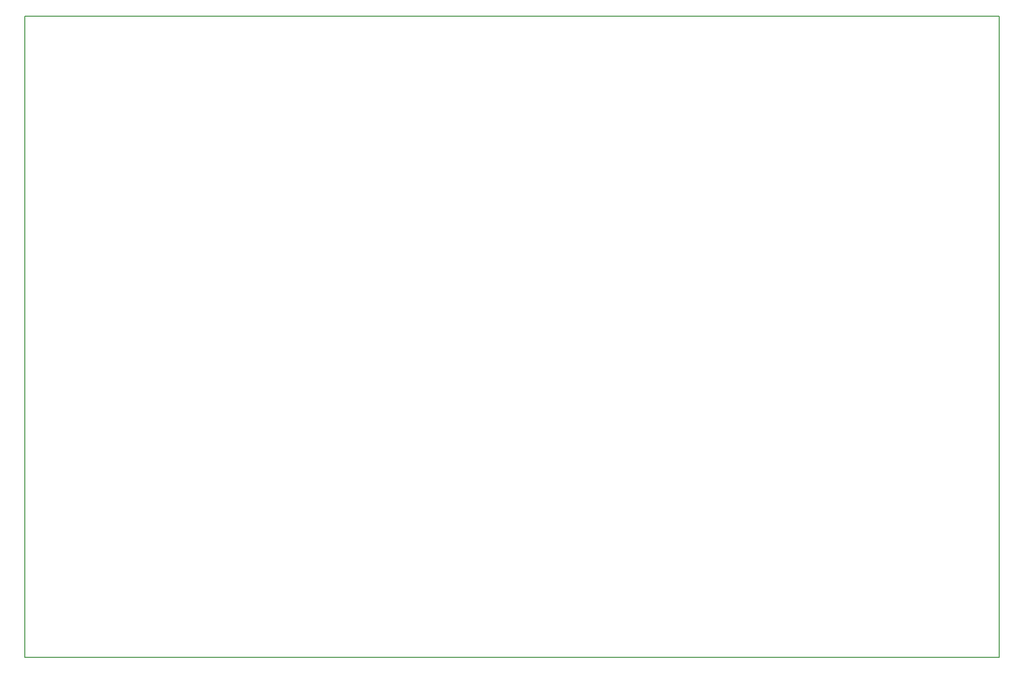
<source format=gbr>
G04 #@! TF.GenerationSoftware,KiCad,Pcbnew,5.1.4+dfsg1-1*
G04 #@! TF.CreationDate,2020-06-06T10:49:10+02:00*
G04 #@! TF.ProjectId,Midi_Merger,4d696469-5f4d-4657-9267-65722e6b6963,rev?*
G04 #@! TF.SameCoordinates,Original*
G04 #@! TF.FileFunction,Profile,NP*
%FSLAX46Y46*%
G04 Gerber Fmt 4.6, Leading zero omitted, Abs format (unit mm)*
G04 Created by KiCad (PCBNEW 5.1.4+dfsg1-1) date 2020-06-06 10:49:10*
%MOMM*%
%LPD*%
G04 APERTURE LIST*
%ADD10C,0.150000*%
G04 APERTURE END LIST*
D10*
X191000000Y-59000000D02*
X18000000Y-59000000D01*
X191000000Y-173000000D02*
X191000000Y-59000000D01*
X18000000Y-173000000D02*
X191000000Y-173000000D01*
X18000000Y-59000000D02*
X18000000Y-173000000D01*
M02*

</source>
